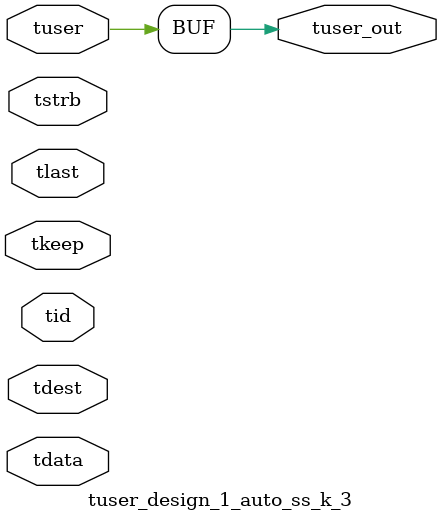
<source format=v>


`timescale 1ps/1ps

module tuser_design_1_auto_ss_k_3 #
(
parameter C_S_AXIS_TUSER_WIDTH = 1,
parameter C_S_AXIS_TDATA_WIDTH = 32,
parameter C_S_AXIS_TID_WIDTH   = 0,
parameter C_S_AXIS_TDEST_WIDTH = 0,
parameter C_M_AXIS_TUSER_WIDTH = 1
)
(
input  [(C_S_AXIS_TUSER_WIDTH == 0 ? 1 : C_S_AXIS_TUSER_WIDTH)-1:0     ] tuser,
input  [(C_S_AXIS_TDATA_WIDTH == 0 ? 1 : C_S_AXIS_TDATA_WIDTH)-1:0     ] tdata,
input  [(C_S_AXIS_TID_WIDTH   == 0 ? 1 : C_S_AXIS_TID_WIDTH)-1:0       ] tid,
input  [(C_S_AXIS_TDEST_WIDTH == 0 ? 1 : C_S_AXIS_TDEST_WIDTH)-1:0     ] tdest,
input  [(C_S_AXIS_TDATA_WIDTH/8)-1:0 ] tkeep,
input  [(C_S_AXIS_TDATA_WIDTH/8)-1:0 ] tstrb,
input                                                                    tlast,
output [C_M_AXIS_TUSER_WIDTH-1:0] tuser_out
);

assign tuser_out = {tuser[0:0]};

endmodule


</source>
